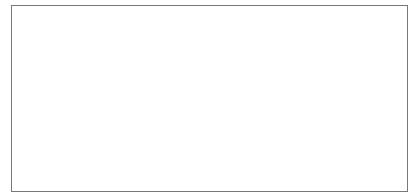
<source format=gm1>
%TF.GenerationSoftware,KiCad,Pcbnew,(6.0.7)*%
%TF.CreationDate,2022-10-15T23:28:00+03:00*%
%TF.ProjectId,mc34063-step-down-dev-0.3,6d633334-3036-4332-9d73-7465702d646f,rev?*%
%TF.SameCoordinates,Original*%
%TF.FileFunction,Profile,NP*%
%FSLAX46Y46*%
G04 Gerber Fmt 4.6, Leading zero omitted, Abs format (unit mm)*
G04 Created by KiCad (PCBNEW (6.0.7)) date 2022-10-15 23:28:00*
%MOMM*%
%LPD*%
G01*
G04 APERTURE LIST*
%TA.AperFunction,Profile*%
%ADD10C,0.100000*%
%TD*%
G04 APERTURE END LIST*
D10*
X79756000Y-46736000D02*
X113284000Y-46736000D01*
X113284000Y-46736000D02*
X113284000Y-62484000D01*
X113284000Y-62484000D02*
X79756000Y-62484000D01*
X79756000Y-62484000D02*
X79756000Y-46736000D01*
M02*

</source>
